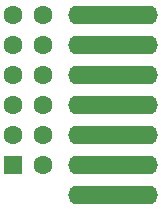
<source format=gts>
%FSLAX46Y46*%
G04 Gerber Fmt 4.6, Leading zero omitted, Abs format (unit mm)*
G04 Created by KiCad (PCBNEW (2014-08-05 BZR 5054)-product) date Sun 07 Dec 2014 10:25:36 PM PST*
%MOMM*%
G01*
G04 APERTURE LIST*
%ADD10C,0.100000*%
%ADD11O,7.600000X1.600000*%
%ADD12R,1.600000X1.500000*%
%ADD13C,1.600000*%
G04 APERTURE END LIST*
D10*
D11*
X10000000Y-16600000D03*
X10000000Y-14060000D03*
X10000000Y-11520000D03*
X10000000Y-8980000D03*
X10000000Y-6440000D03*
X10000000Y-3900000D03*
X10000000Y-1360000D03*
D12*
X1600000Y-14100000D03*
D13*
X4140000Y-14100000D03*
X1600000Y-11560000D03*
X4140000Y-11560000D03*
X1600000Y-9020000D03*
X4140000Y-9020000D03*
X1600000Y-6480000D03*
X4140000Y-6480000D03*
X1600000Y-3940000D03*
X4140000Y-3940000D03*
X1600000Y-1400000D03*
X4140000Y-1400000D03*
M02*

</source>
